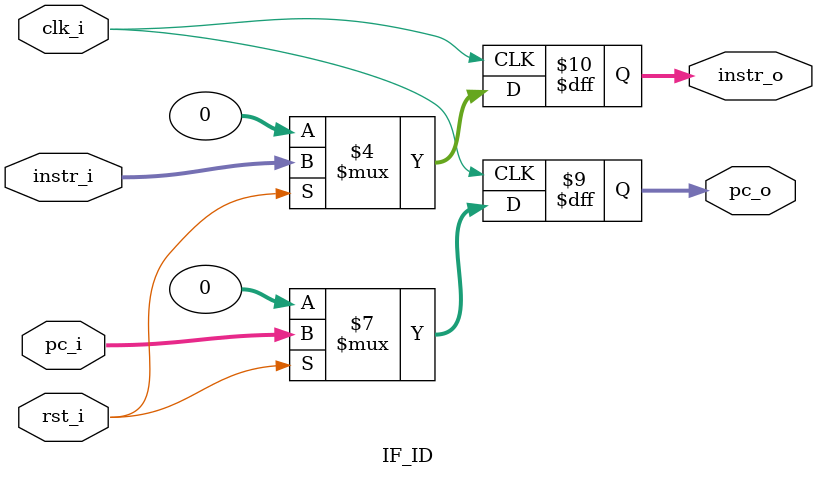
<source format=v>
module IF_ID(
	input 			    clk_i,
	input 			    rst_i,
	input     [32-1:0]	pc_i,
	input     [32-1:0]	instr_i,
	output reg[32-1:0]	pc_o,
	output reg[32-1:0]	instr_o
);

always @(posedge clk_i) begin
	if(~rst_i) begin
		pc_o <= 0;
		instr_o <= 0;
	end
	else begin
		pc_o <= pc_i;
		instr_o <= instr_i;
	end
end

endmodule
</source>
